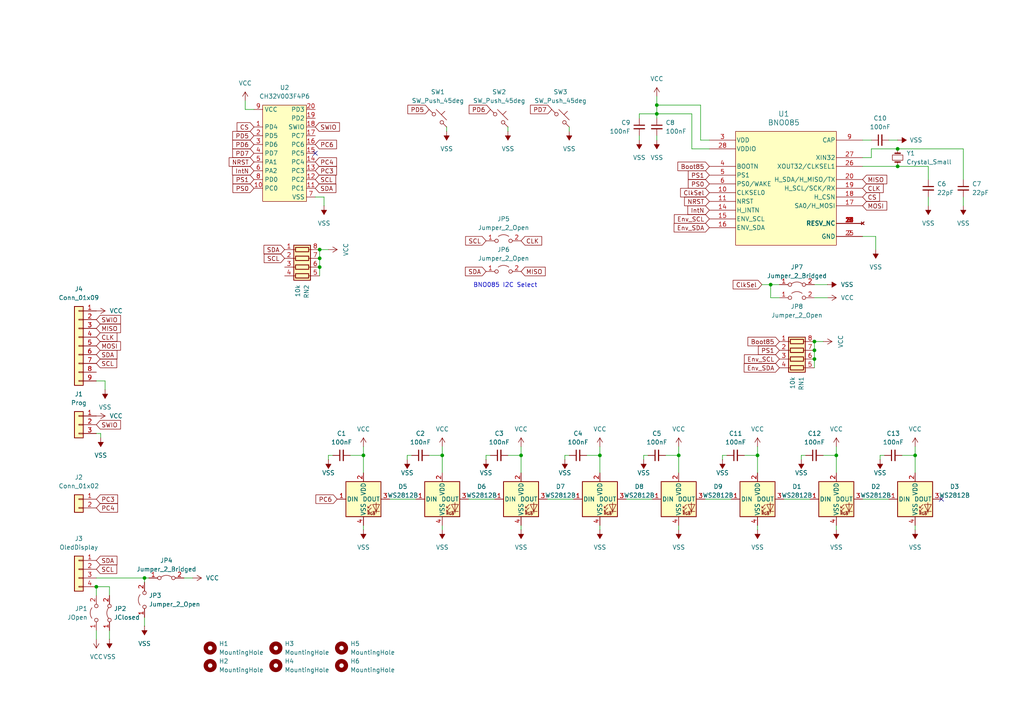
<source format=kicad_sch>
(kicad_sch (version 20231120) (generator "eeschema") (generator_version "8.0")
  (paper "A4")
  (lib_symbols
    (symbol "Connector_Generic:Conn_01x02" (pin_names (offset 1.016) hide)
      (property "Reference" "J" (at 0 2.54 0))
      (property "Value" "Conn_01x02" (at 0 -5.08 0))
      (symbol "Conn_01x02_1_1"
        (rectangle (start -1.27 -2.413) (end 0 -2.667) (stroke (width 0.1524)))
        (rectangle (start -1.27 0.127) (end 0 -0.127) (stroke (width 0.1524)))
        (rectangle (start -1.27 1.27) (end 1.27 -3.81) (stroke (width 0.254)) (fill (type background)))
        (pin passive line (at -5.08 0 0) (length 3.81) (name "Pin_1") (number "1"))
        (pin passive line (at -5.08 -2.54 0) (length 3.81) (name "Pin_2") (number "2"))
      )
    )
    (symbol "Connector_Generic:Conn_01x03" (pin_names (offset 1.016) hide)
      (property "Reference" "J" (at 0 5.08 0))
      (property "Value" "Conn_01x03" (at 0 -5.08 0))
      (symbol "Conn_01x03_1_1"
        (rectangle (start -1.27 -2.413) (end 0 -2.667) (stroke (width 0.1524)))
        (rectangle (start -1.27 0.127) (end 0 -0.127) (stroke (width 0.1524)))
        (rectangle (start -1.27 2.667) (end 0 2.413) (stroke (width 0.1524)))
        (rectangle (start -1.27 3.81) (end 1.27 -3.81) (stroke (width 0.254)) (fill (type background)))
        (pin passive line (at -5.08 2.54 0) (length 3.81) (name "Pin_1") (number "1"))
        (pin passive line (at -5.08 0 0) (length 3.81) (name "Pin_2") (number "2"))
        (pin passive line (at -5.08 -2.54 0) (length 3.81) (name "Pin_3") (number "3"))
      )
    )
    (symbol "Connector_Generic:Conn_01x04" (pin_names (offset 1.016) hide)
      (property "Reference" "J" (at 0 5.08 0))
      (property "Value" "Conn_01x04" (at 0 -7.62 0))
      (symbol "Conn_01x04_1_1"
        (rectangle (start -1.27 -4.953) (end 0 -5.207) (stroke (width 0.1524)))
        (rectangle (start -1.27 -2.413) (end 0 -2.667) (stroke (width 0.1524)))
        (rectangle (start -1.27 0.127) (end 0 -0.127) (stroke (width 0.1524)))
        (rectangle (start -1.27 2.667) (end 0 2.413) (stroke (width 0.1524)))
        (rectangle (start -1.27 3.81) (end 1.27 -6.35) (stroke (width 0.254)) (fill (type background)))
        (pin passive line (at -5.08 2.54 0) (length 3.81) (name "Pin_1") (number "1"))
        (pin passive line (at -5.08 0 0) (length 3.81) (name "Pin_2") (number "2"))
        (pin passive line (at -5.08 -2.54 0) (length 3.81) (name "Pin_3") (number "3"))
        (pin passive line (at -5.08 -5.08 0) (length 3.81) (name "Pin_4") (number "4"))
      )
    )
    (symbol "Connector_Generic:Conn_01x09" (pin_names (offset 1.016) hide)
      (property "Reference" "J" (at 0 12.7 0))
      (property "Value" "Conn_01x09" (at 0 -12.7 0))
      (symbol "Conn_01x09_1_1"
        (rectangle (start -1.27 -10.033) (end 0 -10.287) (stroke (width 0.1524)))
        (rectangle (start -1.27 -7.493) (end 0 -7.747) (stroke (width 0.1524)))
        (rectangle (start -1.27 -4.953) (end 0 -5.207) (stroke (width 0.1524)))
        (rectangle (start -1.27 -2.413) (end 0 -2.667) (stroke (width 0.1524)))
        (rectangle (start -1.27 0.127) (end 0 -0.127) (stroke (width 0.1524)))
        (rectangle (start -1.27 2.667) (end 0 2.413) (stroke (width 0.1524)))
        (rectangle (start -1.27 5.207) (end 0 4.953) (stroke (width 0.1524)))
        (rectangle (start -1.27 7.747) (end 0 7.493) (stroke (width 0.1524)))
        (rectangle (start -1.27 10.287) (end 0 10.033) (stroke (width 0.1524)))
        (rectangle (start -1.27 11.43) (end 1.27 -11.43) (stroke (width 0.254)) (fill (type background)))
        (pin passive line (at -5.08 10.16 0) (length 3.81) (name "Pin_1") (number "1"))
        (pin passive line (at -5.08 7.62 0) (length 3.81) (name "Pin_2") (number "2"))
        (pin passive line (at -5.08 5.08 0) (length 3.81) (name "Pin_3") (number "3"))
        (pin passive line (at -5.08 2.54 0) (length 3.81) (name "Pin_4") (number "4"))
        (pin passive line (at -5.08 0 0) (length 3.81) (name "Pin_5") (number "5"))
        (pin passive line (at -5.08 -2.54 0) (length 3.81) (name "Pin_6") (number "6"))
        (pin passive line (at -5.08 -5.08 0) (length 3.81) (name "Pin_7") (number "7"))
        (pin passive line (at -5.08 -7.62 0) (length 3.81) (name "Pin_8") (number "8"))
        (pin passive line (at -5.08 -10.16 0) (length 3.81) (name "Pin_9") (number "9"))
      )
    )
    (symbol "Device:C_Small" (pin_numbers hide) (pin_names (offset 0.254) hide)
      (property "Reference" "C" (at 0.254 1.778 0))
      (property "Value" "C_Small" (at 0.254 -2.032 0))
      (symbol "C_Small_0_1"
        (polyline (pts (xy -1.524 -0.508) (xy 1.524 -0.508)) (stroke (width 0.3302)))
        (polyline (pts (xy -1.524 0.508) (xy 1.524 0.508)) (stroke (width 0.3048)))
      )
      (symbol "C_Small_1_1"
        (pin passive line (at 0 2.54 270) (length 2.032) (name "~") (number "1"))
        (pin passive line (at 0 -2.54 90) (length 2.032) (name "~") (number "2"))
      )
    )
    (symbol "Device:Crystal_Small" (pin_numbers hide) (pin_names (offset 1.016) hide)
      (property "Reference" "Y" (at 0 2.54 0))
      (property "Value" "Crystal_Small" (at 0 -2.54 0))
      (symbol "Crystal_Small_0_1"
        (rectangle (start -0.762 -1.524) (end 0.762 1.524))
        (polyline (pts (xy -1.27 -0.762) (xy -1.27 0.762)) (stroke (width 0.381)))
        (polyline (pts (xy 1.27 -0.762) (xy 1.27 0.762)) (stroke (width 0.381)))
      )
      (symbol "Crystal_Small_1_1"
        (pin passive line (at -2.54 0 0) (length 1.27) (name "1") (number "1"))
        (pin passive line (at 2.54 0 180) (length 1.27) (name "2") (number "2"))
      )
    )
    (symbol "Device:R_Pack04" (pin_names (offset 0) hide)
      (property "Reference" "RN" (at -7.62 0 90))
      (property "Value" "R_Pack04" (at 5.08 0 90))
      (symbol "R_Pack04_0_1"
        (rectangle (start -6.35 -2.413) (end 3.81 2.413) (stroke (width 0.254)) (fill (type background)))
        (rectangle (start -5.715 1.905) (end -4.445 -1.905) (stroke (width 0.254)))
        (rectangle (start -3.175 1.905) (end -1.905 -1.905) (stroke (width 0.254)))
        (rectangle (start -0.635 1.905) (end 0.635 -1.905) (stroke (width 0.254)))
        (polyline (pts (xy -5.08 -2.54) (xy -5.08 -1.905)))
        (polyline (pts (xy -5.08 1.905) (xy -5.08 2.54)))
        (polyline (pts (xy -2.54 -2.54) (xy -2.54 -1.905)))
        (polyline (pts (xy -2.54 1.905) (xy -2.54 2.54)))
        (polyline (pts (xy 0 -2.54) (xy 0 -1.905)))
        (polyline (pts (xy 0 1.905) (xy 0 2.54)))
        (polyline (pts (xy 2.54 -2.54) (xy 2.54 -1.905)))
        (polyline (pts (xy 2.54 1.905) (xy 2.54 2.54)))
        (rectangle (start 1.905 1.905) (end 3.175 -1.905) (stroke (width 0.254)))
      )
      (symbol "R_Pack04_1_1"
        (pin passive line (at -5.08 -5.08 90) (length 2.54) (name "R1.1") (number "1"))
        (pin passive line (at -2.54 -5.08 90) (length 2.54) (name "R2.1") (number "2"))
        (pin passive line (at 0 -5.08 90) (length 2.54) (name "R3.1") (number "3"))
        (pin passive line (at 2.54 -5.08 90) (length 2.54) (name "R4.1") (number "4"))
        (pin passive line (at 2.54 5.08 270) (length 2.54) (name "R4.2") (number "5"))
        (pin passive line (at 0 5.08 270) (length 2.54) (name "R3.2") (number "6"))
        (pin passive line (at -2.54 5.08 270) (length 2.54) (name "R2.2") (number "7"))
        (pin passive line (at -5.08 5.08 270) (length 2.54) (name "R1.2") (number "8"))
      )
    )
    (symbol "GaussMouse:BNO085" (pin_names (offset 0.254))
      (property "Reference" "U" (at 35.56 4.318 0))
      (property "Value" "BNO085" (at 12.7 4.064 0))
      (symbol "BNO085_0_1"
        (pin no_connect line (at 44.45 -24.13 180) (length 7.62) (name "RESV_NC") (number "1"))
        (pin input line (at 0 -15.24 0) (length 7.62) (name "CLKSEL0") (number "10"))
        (pin input line (at 0 -17.78 0) (length 7.62) (name "NRST") (number "11"))
        (pin no_connect line (at 44.45 -24.13 180) (length 7.62) (name "RESV_NC") (number "12"))
        (pin no_connect line (at 44.45 -24.13 180) (length 7.62) (name "RESV_NC") (number "13"))
        (pin output line (at 0 -20.32 0) (length 7.62) (name "H_INTN") (number "14"))
        (pin bidirectional line (at 0 -22.86 0) (length 7.62) (name "ENV_SCL") (number "15"))
        (pin bidirectional line (at 0 -25.4 0) (length 7.62) (name "ENV_SDA") (number "16"))
        (pin input line (at 44.45 -19.05 180) (length 7.62) (name "SA0/H_MOSI") (number "17"))
        (pin input line (at 44.45 -16.51 180) (length 7.62) (name "H_CSN") (number "18"))
        (pin bidirectional line (at 44.45 -13.97 180) (length 7.62) (name "H_SCL/SCK/RX") (number "19"))
        (pin power_out line (at 44.45 -27.94 180) (length 7.62) (name "GND") (number "2"))
        (pin bidirectional line (at 44.45 -11.43 180) (length 7.62) (name "H_SDA/H_MISO/TX") (number "20"))
        (pin no_connect line (at 44.45 -24.13 180) (length 7.62) (name "RESV_NC") (number "21"))
        (pin no_connect line (at 44.45 -24.13 180) (length 7.62) (name "RESV_NC") (number "22"))
        (pin no_connect line (at 44.45 -24.13 180) (length 7.62) (name "RESV_NC") (number "23"))
        (pin no_connect line (at 44.45 -24.13 180) (length 7.62) (name "RESV_NC") (number "24"))
        (pin power_out line (at 44.45 -27.94 180) (length 7.62) (name "GND") (number "25"))
        (pin output line (at 44.45 -7.62 180) (length 7.62) (name "XOUT32/CLKSEL1") (number "26"))
        (pin input line (at 44.45 -5.08 180) (length 7.62) (name "XIN32") (number "27"))
        (pin power_in line (at 0 -2.54 0) (length 7.62) (name "VDDIO") (number "28"))
        (pin power_in line (at 0 0 0) (length 7.62) (name "VDD") (number "3"))
        (pin input line (at 0 -7.62 0) (length 7.62) (name "BOOTN") (number "4"))
        (pin input line (at 0 -10.16 0) (length 7.62) (name "PS1") (number "5"))
        (pin input line (at 0 -12.7 0) (length 7.62) (name "PS0/WAKE") (number "6"))
        (pin no_connect line (at 44.45 -24.13 180) (length 7.62) (name "RESV_NC") (number "7"))
        (pin no_connect line (at 44.45 -24.13 180) (length 7.62) (name "RESV_NC") (number "8"))
        (pin power_in line (at 44.45 0 180) (length 7.62) (name "CAP") (number "9"))
      )
      (symbol "BNO085_1_1"
        (rectangle (start 7.62 2.54) (end 36.83 -30.48) (fill (type background)))
      )
    )
    (symbol "Jumper:Jumper_2_Bridged" (pin_names (offset 0) hide)
      (property "Reference" "JP" (at 0 1.905 0))
      (property "Value" "Jumper_2_Bridged" (at 0 -2.54 0))
      (symbol "Jumper_2_Bridged_0_0"
        (circle (center -2.032 0) (radius 0.508))
        (circle (center 2.032 0) (radius 0.508))
      )
      (symbol "Jumper_2_Bridged_0_1"
        (arc (start 1.524 0.254) (mid 0 0.762) (end -1.524 0.254))
      )
      (symbol "Jumper_2_Bridged_1_1"
        (pin passive line (at -5.08 0 0) (length 2.54) (name "A") (number "1"))
        (pin passive line (at 5.08 0 180) (length 2.54) (name "B") (number "2"))
      )
    )
    (symbol "Jumper:Jumper_2_Open" (pin_names (offset 0) hide)
      (property "Reference" "JP" (at 0 2.794 0))
      (property "Value" "Jumper_2_Open" (at 0 -2.286 0))
      (symbol "Jumper_2_Open_0_0"
        (circle (center -2.032 0) (radius 0.508))
        (circle (center 2.032 0) (radius 0.508))
      )
      (symbol "Jumper_2_Open_0_1"
        (arc (start 1.524 1.27) (mid 0 1.778) (end -1.524 1.27))
      )
      (symbol "Jumper_2_Open_1_1"
        (pin passive line (at -5.08 0 0) (length 2.54) (name "A") (number "1"))
        (pin passive line (at 5.08 0 180) (length 2.54) (name "B") (number "2"))
      )
    )
    (symbol "LED:WS2812B" (pin_names (offset 0.254))
      (property "Reference" "D1" (at 11.43 3.6479 0))
      (property "Value" "WS2812B" (at 11.43 1.1079 0))
      (symbol "WS2812B_0_0"
        (text "RGB" (at 2.286 -4.191 0) (effects (font (size 0.762 0.762))))
      )
      (symbol "WS2812B_0_1"
        (polyline (pts (xy 1.27 -3.556) (xy 1.778 -3.556)))
        (polyline (pts (xy 1.27 -2.54) (xy 1.778 -2.54)))
        (polyline (pts (xy 4.699 -3.556) (xy 2.667 -3.556)))
        (polyline (pts (xy 2.286 -2.54) (xy 1.27 -3.556) (xy 1.27 -3.048)))
        (polyline (pts (xy 2.286 -1.524) (xy 1.27 -2.54) (xy 1.27 -2.032)))
        (polyline (pts (xy 3.683 -1.016) (xy 3.683 -3.556) (xy 3.683 -4.064)))
        (polyline (pts (xy 4.699 -1.524) (xy 2.667 -1.524) (xy 3.683 -3.556) (xy 4.699 -1.524)))
        (rectangle (start 5.08 5.08) (end -5.08 -5.08) (stroke (width 0.254)) (fill (type background)))
      )
      (symbol "WS2812B_1_1"
        (pin input line (at -7.62 0 0) (length 2.54) (name "DIN") (number "1"))
        (pin power_in line (at 0 7.62 270) (length 2.54) (name "VDD") (number "2"))
        (pin output line (at 7.62 0 180) (length 2.54) (name "DOUT") (number "3"))
        (pin power_in line (at 0 -7.62 90) (length 2.54) (name "VSS") (number "4"))
      )
    )
    (symbol "Mechanical:MountingHole" (pin_names (offset 1.016))
      (property "Reference" "H" (at 0 5.08 0))
      (property "Value" "MountingHole" (at 0 3.175 0))
      (symbol "MountingHole_0_1"
        (circle (center 0 0) (radius 1.27) (stroke (width 1.27)))
      )
    )
    (symbol "Switch:SW_Push_45deg" (pin_numbers hide) (pin_names (offset 1.016) hide)
      (property "Reference" "SW" (at 3.048 1.016 0))
      (property "Value" "SW_Push_45deg" (at 0 -3.81 0))
      (symbol "SW_Push_45deg_0_1"
        (circle (center -1.1684 1.1684) (radius 0.508))
        (polyline (pts (xy -0.508 2.54) (xy 2.54 -0.508)))
        (polyline (pts (xy 1.016 1.016) (xy 2.032 2.032)))
        (polyline (pts (xy -2.54 2.54) (xy -1.524 1.524) (xy -1.524 1.524)))
        (polyline (pts (xy 1.524 -1.524) (xy 2.54 -2.54) (xy 2.54 -2.54) (xy 2.54 -2.54)))
        (circle (center 1.143 -1.1938) (radius 0.508))
        (pin passive line (at -2.54 2.54 0) (length 0) (name "1") (number "1"))
        (pin passive line (at 2.54 -2.54 180) (length 0) (name "2") (number "2"))
      )
    )
    (symbol "WCH:CH32V003F4P6"
      (property "Reference" "U" (at 5.08 -24.13 0))
      (property "Value" "CH32V003F4P6" (at 0 6.35 0))
      (symbol "CH32V003F4P6_0_1"
        (rectangle (start -6.35 5.08) (end 6.35 -22.86) (stroke (width 0.1524)) (fill (type background)))
      )
      (symbol "CH32V003F4P6_1_1"
        (pin input line (at -8.89 -1.27 0) (length 2.54) (name "PD4") (number "1"))
        (pin input line (at -8.89 -19.05 0) (length 2.54) (name "PC0") (number "10"))
        (pin input line (at 8.89 -19.05 180) (length 2.54) (name "PC1") (number "11"))
        (pin input line (at 8.89 -16.51 180) (length 2.54) (name "PC2") (number "12"))
        (pin input line (at 8.89 -13.97 180) (length 2.54) (name "PC3") (number "13"))
        (pin input line (at 8.89 -11.43 180) (length 2.54) (name "PC4") (number "14"))
        (pin input line (at 8.89 -8.89 180) (length 2.54) (name "PC5") (number "15"))
        (pin input line (at 8.89 -6.35 180) (length 2.54) (name "PC6") (number "16"))
        (pin input line (at 8.89 -3.81 180) (length 2.54) (name "PC7") (number "17"))
        (pin input line (at 8.89 -1.27 180) (length 2.54) (name "SWIO") (number "18"))
        (pin input line (at 8.89 1.27 180) (length 2.54) (name "PD2") (number "19"))
        (pin input line (at -8.89 -3.81 0) (length 2.54) (name "PD5") (number "2"))
        (pin input line (at 8.89 3.81 180) (length 2.54) (name "PD3") (number "20"))
        (pin input line (at -8.89 -6.35 0) (length 2.54) (name "PD6") (number "3"))
        (pin input line (at -8.89 -8.89 0) (length 2.54) (name "PD7") (number "4"))
        (pin input line (at -8.89 -11.43 0) (length 2.54) (name "PA1") (number "5"))
        (pin input line (at -8.89 -13.97 0) (length 2.54) (name "PA2") (number "6"))
        (pin input line (at 8.89 -21.59 180) (length 2.54) (name "VSS") (number "7"))
        (pin input line (at -8.89 -16.51 0) (length 2.54) (name "PD0") (number "8"))
        (pin input line (at -8.89 3.81 0) (length 2.54) (name "VCC") (number "9"))
      )
    )
    (symbol "power:VCC" (power) (pin_names (offset 0))
      (property "Value" "VCC" (at 0 3.81 0))
      (symbol "VCC_0_1"
        (polyline (pts (xy -0.762 1.27) (xy 0 2.54)))
        (polyline (pts (xy 0 0) (xy 0 2.54)))
        (polyline (pts (xy 0 2.54) (xy 0.762 1.27)))
      )
      (symbol "VCC_1_1"
        (pin power_in line (at 0 0 90) (length 0) hide (name "VCC") (number "1"))
      )
    )
    (symbol "power:VSS" (power) (pin_numbers hide) (pin_names (offset 0) hide)
      (property "Value" "VSS" (at 0 3.556 0))
      (symbol "VSS_0_1"
        (polyline (pts (xy 0 0) (xy 0 2.54)))
        (polyline (pts (xy 0.762 1.27) (xy -0.762 1.27) (xy 0 2.54) (xy 0.762 1.27)) (fill (type outline)))
      )
      (symbol "VSS_1_1"
        (pin power_in line (at 0 0 90) (length 0) (name "~") (number "1"))
      )
    )
  )
  (junction (at 260.35 48.26))
  (junction (at 92.71 77.47))
  (junction (at 260.35 43.18))
  (junction (at 236.22 104.14))
  (junction (at 92.71 72.39))
  (junction (at 223.52 82.55))
  (junction (at 190.5 30.48))
  (junction (at 173.99 132.08))
  (junction (at 265.43 132.08))
  (junction (at 219.71 132.08))
  (junction (at 27.94 170.18))
  (junction (at 41.91 167.64))
  (junction (at 242.57 132.08))
  (junction (at 128.27 132.08))
  (junction (at 196.85 132.08))
  (junction (at 236.22 99.06))
  (junction (at 151.13 132.08))
  (junction (at 105.41 132.08))
  (junction (at 92.71 74.93))
  (junction (at 236.22 101.6))
  (junction (at 190.5 33.02))
  (no_connect (at 273.05 144.78))
  (no_connect (at 91.44 44.45))
  (wire (pts (xy 236.22 86.36) (xy 240.03 86.36)))
  (wire (pts (xy 95.25 72.39) (xy 92.71 72.39)))
  (wire (pts (xy 41.91 179.07) (xy 41.91 181.61)))
  (wire (pts (xy 128.27 152.4) (xy 128.27 153.67)))
  (wire (pts (xy 173.99 132.08) (xy 173.99 137.16)))
  (wire (pts (xy 254 68.58) (xy 250.19 68.58)))
  (wire (pts (xy 158.75 144.78) (xy 166.37 144.78)))
  (wire (pts (xy 151.13 152.4) (xy 151.13 153.67)))
  (wire (pts (xy 232.41 133.35) (xy 232.41 132.08)))
  (wire (pts (xy 242.57 132.08) (xy 242.57 137.16)))
  (wire (pts (xy 29.21 125.73) (xy 27.94 125.73)))
  (wire (pts (xy 252.73 43.18) (xy 260.35 43.18)))
  (wire (pts (xy 186.69 132.08) (xy 187.96 132.08)))
  (wire (pts (xy 238.76 99.06) (xy 236.22 99.06)))
  (wire (pts (xy 185.42 34.29) (xy 185.42 33.02)))
  (wire (pts (xy 31.75 172.72) (xy 31.75 170.18)))
  (wire (pts (xy 269.24 57.15) (xy 269.24 59.69)))
  (wire (pts (xy 71.12 29.21) (xy 71.12 31.75)))
  (wire (pts (xy 279.4 57.15) (xy 279.4 59.69)))
  (wire (pts (xy 250.19 40.64) (xy 252.73 40.64)))
  (wire (pts (xy 242.57 129.54) (xy 242.57 132.08)))
  (wire (pts (xy 185.42 33.02) (xy 190.5 33.02)))
  (wire (pts (xy 95.25 133.35) (xy 95.25 132.08)))
  (wire (pts (xy 128.27 132.08) (xy 128.27 137.16)))
  (wire (pts (xy 232.41 132.08) (xy 233.68 132.08)))
  (wire (pts (xy 269.24 52.07) (xy 269.24 48.26)))
  (wire (pts (xy 41.91 167.64) (xy 41.91 168.91)))
  (wire (pts (xy 92.71 77.47) (xy 92.71 80.01)))
  (wire (pts (xy 128.27 129.54) (xy 128.27 132.08)))
  (wire (pts (xy 220.98 82.55) (xy 223.52 82.55)))
  (wire (pts (xy 101.6 132.08) (xy 105.41 132.08)))
  (wire (pts (xy 203.2 40.64) (xy 203.2 30.48)))
  (wire (pts (xy 196.85 152.4) (xy 196.85 153.67)))
  (wire (pts (xy 95.25 132.08) (xy 96.52 132.08)))
  (wire (pts (xy 223.52 82.55) (xy 226.06 82.55)))
  (wire (pts (xy 173.99 152.4) (xy 173.99 153.67)))
  (wire (pts (xy 147.32 36.83) (xy 147.32 38.1)))
  (wire (pts (xy 190.5 39.37) (xy 190.5 40.64)))
  (wire (pts (xy 53.34 167.64) (xy 55.88 167.64)))
  (wire (pts (xy 265.43 129.54) (xy 265.43 132.08)))
  (wire (pts (xy 279.4 43.18) (xy 279.4 52.07)))
  (wire (pts (xy 151.13 132.08) (xy 151.13 137.16)))
  (wire (pts (xy 227.33 144.78) (xy 234.95 144.78)))
  (wire (pts (xy 223.52 86.36) (xy 223.52 82.55)))
  (wire (pts (xy 165.1 36.83) (xy 165.1 38.1)))
  (wire (pts (xy 105.41 132.08) (xy 105.41 137.16)))
  (wire (pts (xy 226.06 86.36) (xy 223.52 86.36)))
  (wire (pts (xy 27.94 167.64) (xy 41.91 167.64)))
  (wire (pts (xy 30.48 113.03) (xy 30.48 110.49)))
  (wire (pts (xy 236.22 101.6) (xy 236.22 104.14)))
  (wire (pts (xy 204.47 144.78) (xy 212.09 144.78)))
  (wire (pts (xy 147.32 132.08) (xy 151.13 132.08)))
  (wire (pts (xy 254 72.39) (xy 254 68.58)))
  (wire (pts (xy 186.69 133.35) (xy 186.69 132.08)))
  (wire (pts (xy 31.75 182.88) (xy 31.75 185.42)))
  (wire (pts (xy 93.98 59.69) (xy 93.98 57.15)))
  (wire (pts (xy 181.61 144.78) (xy 189.23 144.78)))
  (wire (pts (xy 236.22 82.55) (xy 240.03 82.55)))
  (wire (pts (xy 190.5 30.48) (xy 190.5 33.02)))
  (wire (pts (xy 209.55 133.35) (xy 209.55 132.08)))
  (wire (pts (xy 250.19 144.78) (xy 257.81 144.78)))
  (wire (pts (xy 129.54 36.83) (xy 129.54 38.1)))
  (wire (pts (xy 118.11 133.35) (xy 118.11 132.08)))
  (wire (pts (xy 200.66 33.02) (xy 190.5 33.02)))
  (wire (pts (xy 118.11 132.08) (xy 119.38 132.08)))
  (wire (pts (xy 236.22 104.14) (xy 236.22 106.68)))
  (wire (pts (xy 190.5 27.94) (xy 190.5 30.48)))
  (wire (pts (xy 265.43 132.08) (xy 265.43 137.16)))
  (wire (pts (xy 27.94 182.88) (xy 27.94 185.42)))
  (wire (pts (xy 140.97 133.35) (xy 140.97 132.08)))
  (wire (pts (xy 250.19 48.26) (xy 260.35 48.26)))
  (wire (pts (xy 200.66 43.18) (xy 200.66 33.02)))
  (wire (pts (xy 124.46 132.08) (xy 128.27 132.08)))
  (wire (pts (xy 205.74 43.18) (xy 200.66 43.18)))
  (wire (pts (xy 260.35 43.18) (xy 279.4 43.18)))
  (wire (pts (xy 261.62 132.08) (xy 265.43 132.08)))
  (wire (pts (xy 190.5 33.02) (xy 190.5 34.29)))
  (wire (pts (xy 185.42 39.37) (xy 185.42 40.64)))
  (wire (pts (xy 105.41 152.4) (xy 105.41 153.67)))
  (wire (pts (xy 236.22 99.06) (xy 236.22 101.6)))
  (wire (pts (xy 163.83 132.08) (xy 165.1 132.08)))
  (wire (pts (xy 255.27 133.35) (xy 255.27 132.08)))
  (wire (pts (xy 242.57 152.4) (xy 242.57 153.67)))
  (wire (pts (xy 219.71 152.4) (xy 219.71 153.67)))
  (wire (pts (xy 265.43 152.4) (xy 265.43 153.67)))
  (wire (pts (xy 250.19 45.72) (xy 252.73 45.72)))
  (wire (pts (xy 41.91 167.64) (xy 43.18 167.64)))
  (wire (pts (xy 163.83 133.35) (xy 163.83 132.08)))
  (wire (pts (xy 151.13 129.54) (xy 151.13 132.08)))
  (wire (pts (xy 105.41 129.54) (xy 105.41 132.08)))
  (wire (pts (xy 190.5 30.48) (xy 203.2 30.48)))
  (wire (pts (xy 93.98 57.15) (xy 91.44 57.15)))
  (wire (pts (xy 173.99 129.54) (xy 173.99 132.08)))
  (wire (pts (xy 30.48 110.49) (xy 27.94 110.49)))
  (wire (pts (xy 255.27 132.08) (xy 256.54 132.08)))
  (wire (pts (xy 31.75 170.18) (xy 27.94 170.18)))
  (wire (pts (xy 238.76 132.08) (xy 242.57 132.08)))
  (wire (pts (xy 260.35 48.26) (xy 269.24 48.26)))
  (wire (pts (xy 203.2 40.64) (xy 205.74 40.64)))
  (wire (pts (xy 92.71 72.39) (xy 92.71 74.93)))
  (wire (pts (xy 219.71 132.08) (xy 219.71 137.16)))
  (wire (pts (xy 219.71 129.54) (xy 219.71 132.08)))
  (wire (pts (xy 252.73 45.72) (xy 252.73 43.18)))
  (wire (pts (xy 140.97 132.08) (xy 142.24 132.08)))
  (wire (pts (xy 71.12 31.75) (xy 73.66 31.75)))
  (wire (pts (xy 193.04 132.08) (xy 196.85 132.08)))
  (wire (pts (xy 29.21 127) (xy 29.21 125.73)))
  (wire (pts (xy 196.85 129.54) (xy 196.85 132.08)))
  (wire (pts (xy 215.9 132.08) (xy 219.71 132.08)))
  (wire (pts (xy 113.03 144.78) (xy 120.65 144.78)))
  (wire (pts (xy 170.18 132.08) (xy 173.99 132.08)))
  (wire (pts (xy 135.89 144.78) (xy 143.51 144.78)))
  (wire (pts (xy 209.55 132.08) (xy 210.82 132.08)))
  (wire (pts (xy 92.71 74.93) (xy 92.71 77.47)))
  (wire (pts (xy 27.94 170.18) (xy 27.94 172.72)))
  (wire (pts (xy 257.81 40.64) (xy 260.35 40.64)))
  (wire (pts (xy 196.85 132.08) (xy 196.85 137.16)))
  (text "BNO085 I2C Select" (at 146.558 82.804 0) (effects (font (size 1.27 1.27))))
  (global_label "NRST" (shape input) (at 205.74 58.42 180) (property "Intersheetrefs" "${INTERSHEET_REFS}" (effects (hide yes))))
  (global_label "MOSI" (shape input) (at 250.19 59.69 0) (property "Intersheetrefs" "${INTERSHEET_REFS}" (effects (hide yes))))
  (global_label "SDA" (shape input) (at 27.94 162.56 0) (property "Intersheetrefs" "${INTERSHEET_REFS}" (effects (hide yes))))
  (global_label "IntN" (shape input) (at 73.66 49.53 180) (property "Intersheetrefs" "${INTERSHEET_REFS}" (effects (hide yes))))
  (global_label "PC6" (shape input) (at 97.79 144.78 180) (property "Intersheetrefs" "${INTERSHEET_REFS}" (effects (hide yes))))
  (global_label "SWIO" (shape input) (at 27.94 123.19 0) (property "Intersheetrefs" "${INTERSHEET_REFS}" (effects (hide yes))))
  (global_label "PD5" (shape input) (at 124.46 31.75 180) (property "Intersheetrefs" "${INTERSHEET_REFS}" (effects (hide yes))))
  (global_label "MISO" (shape input) (at 151.13 78.74 0) (property "Intersheetrefs" "${INTERSHEET_REFS}" (effects (hide yes))))
  (global_label "PS1" (shape input) (at 205.74 50.8 180) (property "Intersheetrefs" "${INTERSHEET_REFS}" (effects (hide yes))))
  (global_label "PD5" (shape input) (at 73.66 39.37 180) (property "Intersheetrefs" "${INTERSHEET_REFS}" (effects (hide yes))))
  (global_label "MISO" (shape input) (at 250.19 52.07 0) (property "Intersheetrefs" "${INTERSHEET_REFS}" (effects (hide yes))))
  (global_label "CS" (shape input) (at 73.66 36.83 180) (property "Intersheetrefs" "${INTERSHEET_REFS}" (effects (hide yes))))
  (global_label "PD7" (shape input) (at 160.02 31.75 180) (property "Intersheetrefs" "${INTERSHEET_REFS}" (effects (hide yes))))
  (global_label "Env_SCL" (shape input) (at 226.06 104.14 180) (property "Intersheetrefs" "${INTERSHEET_REFS}" (effects (hide yes))))
  (global_label "PD6" (shape input) (at 73.66 41.91 180) (property "Intersheetrefs" "${INTERSHEET_REFS}" (effects (hide yes))))
  (global_label "MOSI" (shape input) (at 27.94 100.33 0) (property "Intersheetrefs" "${INTERSHEET_REFS}" (effects (hide yes))))
  (global_label "CLK" (shape input) (at 151.13 69.85 0) (property "Intersheetrefs" "${INTERSHEET_REFS}" (effects (hide yes))))
  (global_label "SCL" (shape input) (at 27.94 105.41 0) (property "Intersheetrefs" "${INTERSHEET_REFS}" (effects (hide yes))))
  (global_label "Env_SDA" (shape input) (at 205.74 66.04 180) (property "Intersheetrefs" "${INTERSHEET_REFS}" (effects (hide yes))))
  (global_label "PC3" (shape input) (at 91.44 49.53 0) (property "Intersheetrefs" "${INTERSHEET_REFS}" (effects (hide yes))))
  (global_label "PS0" (shape input) (at 73.66 54.61 180) (property "Intersheetrefs" "${INTERSHEET_REFS}" (effects (hide yes))))
  (global_label "PC4" (shape input) (at 91.44 46.99 0) (property "Intersheetrefs" "${INTERSHEET_REFS}" (effects (hide yes))))
  (global_label "ClkSel" (shape input) (at 220.98 82.55 180) (property "Intersheetrefs" "${INTERSHEET_REFS}" (effects (hide yes))))
  (global_label "ClkSel" (shape input) (at 205.74 55.88 180) (property "Intersheetrefs" "${INTERSHEET_REFS}" (effects (hide yes))))
  (global_label "IntN" (shape input) (at 205.74 60.96 180) (property "Intersheetrefs" "${INTERSHEET_REFS}" (effects (hide yes))))
  (global_label "NRST" (shape input) (at 73.66 46.99 180) (property "Intersheetrefs" "${INTERSHEET_REFS}" (effects (hide yes))))
  (global_label "MISO" (shape input) (at 27.94 95.25 0) (property "Intersheetrefs" "${INTERSHEET_REFS}" (effects (hide yes))))
  (global_label "SCL" (shape input) (at 140.97 69.85 180) (property "Intersheetrefs" "${INTERSHEET_REFS}" (effects (hide yes))))
  (global_label "PC6" (shape input) (at 91.44 41.91 0) (property "Intersheetrefs" "${INTERSHEET_REFS}" (effects (hide yes))))
  (global_label "CS" (shape input) (at 250.19 57.15 0) (property "Intersheetrefs" "${INTERSHEET_REFS}" (effects (hide yes))))
  (global_label "SCL" (shape input) (at 27.94 165.1 0) (property "Intersheetrefs" "${INTERSHEET_REFS}" (effects (hide yes))))
  (global_label "Boot85" (shape input) (at 205.74 48.26 180) (property "Intersheetrefs" "${INTERSHEET_REFS}" (effects (hide yes))))
  (global_label "SWIO" (shape input) (at 27.94 92.71 0) (property "Intersheetrefs" "${INTERSHEET_REFS}" (effects (hide yes))))
  (global_label "PS0" (shape input) (at 205.74 53.34 180) (property "Intersheetrefs" "${INTERSHEET_REFS}" (effects (hide yes))))
  (global_label "Boot85" (shape input) (at 226.06 99.06 180) (property "Intersheetrefs" "${INTERSHEET_REFS}" (effects (hide yes))))
  (global_label "SWIO" (shape input) (at 91.44 36.83 0) (property "Intersheetrefs" "${INTERSHEET_REFS}" (effects (hide yes))))
  (global_label "PD6" (shape input) (at 142.24 31.75 180) (property "Intersheetrefs" "${INTERSHEET_REFS}" (effects (hide yes))))
  (global_label "Env_SCL" (shape input) (at 205.74 63.5 180) (property "Intersheetrefs" "${INTERSHEET_REFS}" (effects (hide yes))))
  (global_label "PS1" (shape input) (at 73.66 52.07 180) (property "Intersheetrefs" "${INTERSHEET_REFS}" (effects (hide yes))))
  (global_label "CLK" (shape input) (at 27.94 97.79 0) (property "Intersheetrefs" "${INTERSHEET_REFS}" (effects (hide yes))))
  (global_label "SCL" (shape input) (at 82.55 74.93 180) (property "Intersheetrefs" "${INTERSHEET_REFS}" (effects (hide yes))))
  (global_label "SDA" (shape input) (at 27.94 102.87 0) (property "Intersheetrefs" "${INTERSHEET_REFS}" (effects (hide yes))))
  (global_label "SCL" (shape input) (at 91.44 52.07 0) (property "Intersheetrefs" "${INTERSHEET_REFS}" (effects (hide yes))))
  (global_label "PD7" (shape input) (at 73.66 44.45 180) (property "Intersheetrefs" "${INTERSHEET_REFS}" (effects (hide yes))))
  (global_label "PS1" (shape input) (at 226.06 101.6 180) (property "Intersheetrefs" "${INTERSHEET_REFS}" (effects (hide yes))))
  (global_label "CLK" (shape input) (at 250.19 54.61 0) (property "Intersheetrefs" "${INTERSHEET_REFS}" (effects (hide yes))))
  (global_label "PC4" (shape input) (at 27.94 147.32 0) (property "Intersheetrefs" "${INTERSHEET_REFS}" (effects (hide yes))))
  (global_label "SDA" (shape input) (at 140.97 78.74 180) (property "Intersheetrefs" "${INTERSHEET_REFS}" (effects (hide yes))))
  (global_label "SDA" (shape input) (at 82.55 72.39 180) (property "Intersheetrefs" "${INTERSHEET_REFS}" (effects (hide yes))))
  (global_label "Env_SDA" (shape input) (at 226.06 106.68 180) (property "Intersheetrefs" "${INTERSHEET_REFS}" (effects (hide yes))))
  (global_label "PC3" (shape input) (at 27.94 144.78 0) (property "Intersheetrefs" "${INTERSHEET_REFS}" (effects (hide yes))))
  (global_label "SDA" (shape input) (at 91.44 54.61 0) (property "Intersheetrefs" "${INTERSHEET_REFS}" (effects (hide yes))))
  (symbol (lib_id "LED:WS2812B") (at 105.41 144.78 0) (unit 1)
    (property "Reference" "D5" (at 116.84 141.1321 0))
    (property "Value" "WS2812B" (at 116.84 143.6721 0))
    (property "Footprint" "UL_LED:SK6812SIDE-A-RVS" (effects (hide yes)))
    (property "Datasheet" "https://cdn-shop.adafruit.com/datasheets/WS2812B.pdf" (effects (hide yes)))
  )
  (symbol (lib_id "Jumper:Jumper_2_Open") (at 27.94 177.8 90) (unit 1)
    (property "Reference" "JP1" (at 25.4 176.53 90) (effects (justify left)))
    (property "Value" "JOpen" (at 25.4 179.07 90) (effects (justify left)))
    (property "Footprint" "Jumper:SolderJumper-2_P1.3mm_Open_TrianglePad1.0x1.5mm" (effects (hide yes)))
  )
  (symbol (lib_id "power:VCC") (at 173.99 129.54 0) (unit 1)
    (property "Reference" "#PWR028" (effects (hide yes)))
    (property "Value" "VCC" (at 173.99 124.46 0))
  )
  (symbol (lib_id "power:VSS") (at 279.4 59.69 180) (unit 1)
    (property "Reference" "#PWR07" (effects (hide yes)))
    (property "Value" "VSS" (at 279.4 64.77 0))
    (property "Description" "Power symbol creates a global label with name \"VSS\"" (effects (hide yes)))
  )
  (symbol (lib_id "WCH:CH32V003F4P6") (at 82.55 35.56 0) (unit 1)
    (property "Reference" "U2" (at 82.55 25.4 0))
    (property "Value" "CH32V003F4P6" (at 82.55 27.94 0))
    (property "Footprint" "Package_SO:TSSOP-20_4.4x6.5mm_P0.65mm" (effects (hide yes)))
  )
  (symbol (lib_id "Jumper:Jumper_2_Open") (at 231.14 86.36 0) (unit 1)
    (property "Reference" "JP8" (at 231.14 88.9 0))
    (property "Value" "Jumper_2_Open" (at 231.14 91.44 0))
    (property "Footprint" "Jumper:SolderJumper-2_P1.3mm_Open_TrianglePad1.0x1.5mm" (effects (hide yes)))
    (property "Description" "Jumper, 2-pole, open" (effects (hide yes)))
  )
  (symbol (lib_id "power:VCC") (at 238.76 99.06 270) (mirror x) (unit 1)
    (property "Reference" "#PWR010" (effects (hide yes)))
    (property "Value" "VCC" (at 243.84 99.06 0))
  )
  (symbol (lib_id "power:VSS") (at 219.71 153.67 180) (unit 1)
    (property "Reference" "#PWR041" (effects (hide yes)))
    (property "Value" "VSS" (at 219.71 158.75 0))
  )
  (symbol (lib_id "power:VCC") (at 151.13 129.54 0) (unit 1)
    (property "Reference" "#PWR025" (effects (hide yes)))
    (property "Value" "VCC" (at 151.13 124.46 0))
  )
  (symbol (lib_id "Device:C_Small") (at 259.08 132.08 90) (unit 1)
    (property "Reference" "C13" (at 259.0863 125.73 90))
    (property "Value" "100nF" (at 259.0863 128.27 90))
    (property "Footprint" "Capacitor_SMD:C_0805_2012Metric" (effects (hide yes)))
  )
  (symbol (lib_id "GaussMouse:BNO085") (at 205.74 40.64 0) (unit 1)
    (property "Reference" "U1" (at 227.33 33.02 0) (effects (font (size 1.524 1.524))))
    (property "Value" "BNO085" (at 227.33 35.56 0) (effects (font (size 1.524 1.524))))
    (property "Footprint" "Package_LGA:LGA-28_5.2x3.8mm_P0.5mm" (effects (hide yes)))
    (property "Datasheet" "BNO085" (effects (hide yes)))
  )
  (symbol (lib_id "power:VSS") (at 41.91 181.61 180) (unit 1)
    (property "Reference" "#PWR019" (effects (hide yes)))
    (property "Value" "VSS" (at 41.91 186.69 0))
  )
  (symbol (lib_id "Device:C_Small") (at 99.06 132.08 90) (unit 1)
    (property "Reference" "C1" (at 99.0663 125.73 90))
    (property "Value" "100nF" (at 99.0663 128.27 90))
    (property "Footprint" "Capacitor_SMD:C_0805_2012Metric" (effects (hide yes)))
  )
  (symbol (lib_id "power:VSS") (at 269.24 59.69 180) (unit 1)
    (property "Reference" "#PWR06" (effects (hide yes)))
    (property "Value" "VSS" (at 269.24 64.77 0))
    (property "Description" "Power symbol creates a global label with name \"VSS\"" (effects (hide yes)))
  )
  (symbol (lib_id "Mechanical:MountingHole") (at 80.01 193.04 0) (unit 1)
    (property "Reference" "H4" (at 82.55 191.77 0) (effects (justify left)))
    (property "Value" "MountingHole" (at 82.55 194.31 0) (effects (justify left)))
    (property "Footprint" "MountingHole:MountingHole_2.2mm_M2" (effects (hide yes)))
  )
  (symbol (lib_id "power:VSS") (at 165.1 38.1 180) (unit 1)
    (property "Reference" "#PWR014" (effects (hide yes)))
    (property "Value" "VSS" (at 165.1 43.18 0))
  )
  (symbol (lib_id "power:VCC") (at 71.12 29.21 0) (unit 1)
    (property "Reference" "#PWR02" (effects (hide yes)))
    (property "Value" "VCC" (at 71.12 24.13 0))
  )
  (symbol (lib_id "power:VSS") (at 30.48 113.03 0) (mirror x) (unit 1)
    (property "Reference" "#PWR05" (effects (hide yes)))
    (property "Value" "VSS" (at 30.48 118.11 0))
  )
  (symbol (lib_id "power:VSS") (at 128.27 153.67 180) (unit 1)
    (property "Reference" "#PWR026" (effects (hide yes)))
    (property "Value" "VSS" (at 128.27 158.75 0))
  )
  (symbol (lib_id "power:VSS") (at 31.75 185.42 180) (unit 1)
    (property "Reference" "#PWR018" (effects (hide yes)))
    (property "Value" "VSS" (at 31.75 190.5 0))
  )
  (symbol (lib_id "Connector_Generic:Conn_01x03") (at 22.86 123.19 0) (mirror y) (unit 1)
    (property "Reference" "J1" (at 22.86 114.3 0))
    (property "Value" "Prog" (at 22.86 116.84 0))
    (property "Footprint" "Connector_PinHeader_2.54mm:PinHeader_1x03_P2.54mm_Vertical" (effects (hide yes)))
  )
  (symbol (lib_id "power:VCC") (at 95.25 72.39 270) (mirror x) (unit 1)
    (property "Reference" "#PWR038" (effects (hide yes)))
    (property "Value" "VCC" (at 100.33 72.39 0))
  )
  (symbol (lib_id "Jumper:Jumper_2_Bridged") (at 48.26 167.64 0) (unit 1)
    (property "Reference" "JP4" (at 48.26 162.56 0))
    (property "Value" "Jumper_2_Bridged" (at 48.26 165.1 0))
    (property "Footprint" "Jumper:SolderJumper-2_P1.3mm_Bridged_Pad1.0x1.5mm" (effects (hide yes)))
  )
  (symbol (lib_id "Device:C_Small") (at 236.22 132.08 90) (unit 1)
    (property "Reference" "C12" (at 236.2263 125.73 90))
    (property "Value" "100nF" (at 236.2263 128.27 90))
    (property "Footprint" "Capacitor_SMD:C_0805_2012Metric" (effects (hide yes)))
  )
  (symbol (lib_id "power:VSS") (at 173.99 153.67 180) (unit 1)
    (property "Reference" "#PWR032" (effects (hide yes)))
    (property "Value" "VSS" (at 173.99 158.75 0))
  )
  (symbol (lib_id "Mechanical:MountingHole") (at 80.01 187.96 0) (unit 1)
    (property "Reference" "H3" (at 82.55 186.69 0) (effects (justify left)))
    (property "Value" "MountingHole" (at 82.55 189.23 0) (effects (justify left)))
    (property "Footprint" "MountingHole:MountingHole_2.2mm_M2" (effects (hide yes)))
  )
  (symbol (lib_id "power:VSS") (at 196.85 153.67 180) (unit 1)
    (property "Reference" "#PWR035" (effects (hide yes)))
    (property "Value" "VSS" (at 196.85 158.75 0))
  )
  (symbol (lib_id "Jumper:Jumper_2_Open") (at 146.05 78.74 0) (unit 1)
    (property "Reference" "JP6" (at 146.05 72.39 0))
    (property "Value" "Jumper_2_Open" (at 146.05 74.93 0))
    (property "Footprint" "Jumper:SolderJumper-2_P1.3mm_Open_TrianglePad1.0x1.5mm" (effects (hide yes)))
    (property "Description" "Jumper, 2-pole, open" (effects (hide yes)))
  )
  (symbol (lib_id "Device:C_Small") (at 185.42 36.83 0) (unit 1)
    (property "Reference" "C9" (at 182.88 35.5662 0) (effects (justify right)))
    (property "Value" "100nF" (at 182.88 38.1062 0) (effects (justify right)))
    (property "Footprint" "Capacitor_SMD:C_0805_2012Metric" (effects (hide yes)))
    (property "Description" "Unpolarized capacitor, small symbol" (effects (hide yes)))
  )
  (symbol (lib_id "power:VSS") (at 147.32 38.1 180) (unit 1)
    (property "Reference" "#PWR013" (effects (hide yes)))
    (property "Value" "VSS" (at 147.32 43.18 0))
  )
  (symbol (lib_id "power:VCC") (at 190.5 27.94 0) (mirror y) (unit 1)
    (property "Reference" "#PWR08" (effects (hide yes)))
    (property "Value" "VCC" (at 190.5 22.86 0))
  )
  (symbol (lib_id "power:VCC") (at 55.88 167.64 270) (unit 1)
    (property "Reference" "#PWR020" (effects (hide yes)))
    (property "Value" "VCC" (at 59.69 167.64 90) (effects (justify left)))
  )
  (symbol (lib_id "power:VCC") (at 219.71 129.54 0) (unit 1)
    (property "Reference" "#PWR034" (effects (hide yes)))
    (property "Value" "VCC" (at 219.71 124.46 0))
  )
  (symbol (lib_id "power:VCC") (at 27.94 90.17 270) (mirror x) (unit 1)
    (property "Reference" "#PWR04" (effects (hide yes)))
    (property "Value" "VCC" (at 31.75 90.17 90) (effects (justify left)))
  )
  (symbol (lib_id "power:VCC") (at 105.41 129.54 0) (unit 1)
    (property "Reference" "#PWR049" (effects (hide yes)))
    (property "Value" "VCC" (at 105.41 124.46 0))
  )
  (symbol (lib_id "Device:R_Pack04") (at 231.14 104.14 270) (unit 1)
    (property "Reference" "RN1" (at 232.4101 109.22 0) (effects (justify left)))
    (property "Value" "10k" (at 229.8701 109.22 0) (effects (justify left)))
    (property "Footprint" "Resistor_SMD:R_Array_Convex_4x0603" (effects (hide yes)))
    (property "Description" "4 resistor network, parallel topology" (effects (hide yes)))
  )
  (symbol (lib_id "Device:C_Small") (at 279.4 54.61 0) (unit 1)
    (property "Reference" "C7" (at 281.94 53.3462 0) (effects (justify left)))
    (property "Value" "22pF" (at 281.94 55.8862 0) (effects (justify left)))
    (property "Footprint" "Capacitor_SMD:C_0805_2012Metric" (effects (hide yes)))
    (property "Description" "Unpolarized capacitor, small symbol" (effects (hide yes)))
  )
  (symbol (lib_id "Device:Crystal_Small") (at 260.35 45.72 90) (unit 1)
    (property "Reference" "Y1" (at 262.89 44.4499 90) (effects (justify right)))
    (property "Value" "Crystal_Small" (at 262.89 46.9899 90) (effects (justify right)))
    (property "Footprint" "Crystal:Crystal_SMD_3215-2Pin_3.2x1.5mm" (effects (hide yes)))
    (property "Description" "Two pin crystal, small symbol" (effects (hide yes)))
  )
  (symbol (lib_id "LED:WS2812B") (at 265.43 144.78 0) (unit 1)
    (property "Reference" "D3" (at 276.86 141.1321 0))
    (property "Value" "WS2812B" (at 276.86 143.6721 0))
    (property "Footprint" "UL_LED:SK6812SIDE-A-RVS" (effects (hide yes)))
    (property "Datasheet" "https://cdn-shop.adafruit.com/datasheets/WS2812B.pdf" (effects (hide yes)))
  )
  (symbol (lib_id "power:VCC") (at 27.94 120.65 270) (mirror x) (unit 1)
    (property "Reference" "#PWR015" (effects (hide yes)))
    (property "Value" "VCC" (at 31.75 120.65 90) (effects (justify left)))
  )
  (symbol (lib_id "Connector_Generic:Conn_01x04") (at 22.86 165.1 0) (mirror y) (unit 1)
    (property "Reference" "J3" (at 22.86 156.21 0))
    (property "Value" "OledDisplay" (at 22.86 158.75 0))
    (property "Footprint" "Connector_PinHeader_2.54mm:PinHeader_1x04_P2.54mm_Vertical" (effects (hide yes)))
  )
  (symbol (lib_id "power:VSS") (at 93.98 59.69 180) (unit 1)
    (property "Reference" "#PWR03" (effects (hide yes)))
    (property "Value" "VSS" (at 93.98 64.77 0))
  )
  (symbol (lib_id "Device:C_Small") (at 190.5 132.08 90) (unit 1)
    (property "Reference" "C5" (at 190.5063 125.73 90))
    (property "Value" "100nF" (at 190.5063 128.27 90))
    (property "Footprint" "Capacitor_SMD:C_0805_2012Metric" (effects (hide yes)))
  )
  (symbol (lib_id "Device:C_Small") (at 144.78 132.08 90) (unit 1)
    (property "Reference" "C3" (at 144.7863 125.73 90))
    (property "Value" "100nF" (at 144.7863 128.27 90))
    (property "Footprint" "Capacitor_SMD:C_0805_2012Metric" (effects (hide yes)))
  )
  (symbol (lib_id "Device:C_Small") (at 121.92 132.08 90) (unit 1)
    (property "Reference" "C2" (at 121.9263 125.73 90))
    (property "Value" "100nF" (at 121.9263 128.27 90))
    (property "Footprint" "Capacitor_SMD:C_0805_2012Metric" (effects (hide yes)))
  )
  (symbol (lib_id "Switch:SW_Push_45deg") (at 144.78 34.29 0) (unit 1)
    (property "Reference" "SW2" (at 144.78 26.67 0))
    (property "Value" "SW_Push_45deg" (at 144.78 29.21 0))
    (property "Footprint" "Button_Switch_SMD:SW_SPST_TL3342" (effects (hide yes)))
  )
  (symbol (lib_id "power:VSS") (at 190.5 40.64 180) (unit 1)
    (property "Reference" "#PWR09" (effects (hide yes)))
    (property "Value" "VSS" (at 190.5 45.72 0))
    (property "Description" "Power symbol creates a global label with name \"VSS\"" (effects (hide yes)))
  )
  (symbol (lib_id "power:VSS") (at 254 72.39 180) (unit 1)
    (property "Reference" "#PWR01" (effects (hide yes)))
    (property "Value" "VSS" (at 254 77.47 0))
    (property "Description" "Power symbol creates a global label with name \"VSS\"" (effects (hide yes)))
  )
  (symbol (lib_id "Device:C_Small") (at 190.5 36.83 0) (unit 1)
    (property "Reference" "C8" (at 193.04 35.5662 0) (effects (justify left)))
    (property "Value" "100nF" (at 193.04 38.1062 0) (effects (justify left)))
    (property "Footprint" "Capacitor_SMD:C_0805_2012Metric" (effects (hide yes)))
    (property "Description" "Unpolarized capacitor, small symbol" (effects (hide yes)))
  )
  (symbol (lib_id "power:VCC") (at 240.03 86.36 270) (mirror x) (unit 1)
    (property "Reference" "#PWR048" (effects (hide yes)))
    (property "Value" "VCC" (at 243.84 86.3599 90) (effects (justify left)))
  )
  (symbol (lib_id "power:VSS") (at 209.55 133.35 180) (unit 1)
    (property "Reference" "#PWR039" (effects (hide yes)))
    (property "Value" "VSS" (at 209.55 137.16 0))
  )
  (symbol (lib_id "Jumper:Jumper_2_Bridged") (at 31.75 177.8 90) (unit 1)
    (property "Reference" "JP2" (at 33.02 176.53 90) (effects (justify right)))
    (property "Value" "JClosed" (at 33.02 179.07 90) (effects (justify right)))
    (property "Footprint" "Jumper:SolderJumper-2_P1.3mm_Bridged_Pad1.0x1.5mm" (effects (hide yes)))
  )
  (symbol (lib_id "LED:WS2812B") (at 219.71 144.78 0) (unit 1)
    (property "Reference" "D1" (at 231.14 141.1321 0))
    (property "Value" "WS2812B" (at 231.14 143.6721 0))
    (property "Footprint" "UL_LED:SK6812SIDE-A-RVS" (effects (hide yes)))
    (property "Datasheet" "https://cdn-shop.adafruit.com/datasheets/WS2812B.pdf" (effects (hide yes)))
  )
  (symbol (lib_id "Mechanical:MountingHole") (at 99.06 193.04 0) (unit 1)
    (property "Reference" "H6" (at 101.6 191.77 0) (effects (justify left)))
    (property "Value" "MountingHole" (at 101.6 194.31 0) (effects (justify left)))
    (property "Footprint" "MountingHole:MountingHole_2.2mm_M2" (effects (hide yes)))
  )
  (symbol (lib_id "power:VCC") (at 196.85 129.54 0) (unit 1)
    (property "Reference" "#PWR031" (effects (hide yes)))
    (property "Value" "VCC" (at 196.85 124.46 0))
  )
  (symbol (lib_id "power:VSS") (at 240.03 82.55 270) (unit 1)
    (property "Reference" "#PWR037" (effects (hide yes)))
    (property "Value" "VSS" (at 243.84 82.5499 90) (effects (justify left)))
    (property "Description" "Power symbol creates a global label with name \"VSS\"" (effects (hide yes)))
  )
  (symbol (lib_id "LED:WS2812B") (at 128.27 144.78 0) (unit 1)
    (property "Reference" "D6" (at 139.7 141.1321 0))
    (property "Value" "WS2812B" (at 139.7 143.6721 0))
    (property "Footprint" "UL_LED:SK6812SIDE-A-RVS" (effects (hide yes)))
    (property "Datasheet" "https://cdn-shop.adafruit.com/datasheets/WS2812B.pdf" (effects (hide yes)))
  )
  (symbol (lib_id "LED:WS2812B") (at 173.99 144.78 0) (unit 1)
    (property "Reference" "D8" (at 185.42 141.1321 0))
    (property "Value" "WS2812B" (at 185.42 143.6721 0))
    (property "Footprint" "UL_LED:SK6812SIDE-A-RVS" (effects (hide yes)))
    (property "Datasheet" "https://cdn-shop.adafruit.com/datasheets/WS2812B.pdf" (effects (hide yes)))
  )
  (symbol (lib_id "power:VSS") (at 105.41 153.67 180) (unit 1)
    (property "Reference" "#PWR023" (effects (hide yes)))
    (property "Value" "VSS" (at 105.41 158.75 0))
  )
  (symbol (lib_id "power:VSS") (at 255.27 133.35 180) (unit 1)
    (property "Reference" "#PWR045" (effects (hide yes)))
    (property "Value" "VSS" (at 255.27 137.16 0))
  )
  (symbol (lib_id "power:VSS") (at 151.13 153.67 180) (unit 1)
    (property "Reference" "#PWR029" (effects (hide yes)))
    (property "Value" "VSS" (at 151.13 158.75 0))
  )
  (symbol (lib_id "power:VCC") (at 27.94 185.42 180) (unit 1)
    (property "Reference" "#PWR016" (effects (hide yes)))
    (property "Value" "VCC" (at 27.94 190.5 0))
  )
  (symbol (lib_id "power:VCC") (at 128.27 129.54 0) (unit 1)
    (property "Reference" "#PWR022" (effects (hide yes)))
    (property "Value" "VCC" (at 128.27 124.46 0))
  )
  (symbol (lib_id "Device:C_Small") (at 269.24 54.61 0) (unit 1)
    (property "Reference" "C6" (at 271.78 53.3462 0) (effects (justify left)))
    (property "Value" "22pF" (at 271.78 55.8862 0) (effects (justify left)))
    (property "Footprint" "Capacitor_SMD:C_0805_2012Metric" (effects (hide yes)))
    (property "Description" "Unpolarized capacitor, small symbol" (effects (hide yes)))
  )
  (symbol (lib_id "Connector_Generic:Conn_01x02") (at 22.86 144.78 0) (mirror y) (unit 1)
    (property "Reference" "J2" (at 22.86 138.43 0))
    (property "Value" "Conn_01x02" (at 22.86 140.97 0))
    (property "Footprint" "Connector_PinHeader_2.54mm:PinHeader_1x02_P2.54mm_Vertical" (effects (hide yes)))
    (property "Description" "Generic connector, single row, 01x02, script generated (kicad-library-utils/schlib/autogen/connector/)" (effects (hide yes)))
  )
  (symbol (lib_id "power:VSS") (at 163.83 133.35 180) (unit 1)
    (property "Reference" "#PWR030" (effects (hide yes)))
    (property "Value" "VSS" (at 163.83 137.16 0))
  )
  (symbol (lib_id "Device:C_Small") (at 213.36 132.08 90) (unit 1)
    (property "Reference" "C11" (at 213.3663 125.73 90))
    (property "Value" "100nF" (at 213.3663 128.27 90))
    (property "Footprint" "Capacitor_SMD:C_0805_2012Metric" (effects (hide yes)))
  )
  (symbol (lib_id "Device:C_Small") (at 167.64 132.08 90) (unit 1)
    (property "Reference" "C4" (at 167.6463 125.73 90))
    (property "Value" "100nF" (at 167.6463 128.27 90))
    (property "Footprint" "Capacitor_SMD:C_0805_2012Metric" (effects (hide yes)))
  )
  (symbol (lib_id "power:VSS") (at 185.42 40.64 180) (unit 1)
    (property "Reference" "#PWR011" (effects (hide yes)))
    (property "Value" "VSS" (at 185.42 45.72 0))
    (property "Description" "Power symbol creates a global label with name \"VSS\"" (effects (hide yes)))
  )
  (symbol (lib_id "Jumper:Jumper_2_Open") (at 146.05 69.85 0) (unit 1)
    (property "Reference" "JP5" (at 146.05 63.5 0))
    (property "Value" "Jumper_2_Open" (at 146.05 66.04 0))
    (property "Footprint" "Jumper:SolderJumper-2_P1.3mm_Open_TrianglePad1.0x1.5mm" (effects (hide yes)))
    (property "Description" "Jumper, 2-pole, open" (effects (hide yes)))
  )
  (symbol (lib_id "Mechanical:MountingHole") (at 99.06 187.96 0) (unit 1)
    (property "Reference" "H5" (at 101.6 186.69 0) (effects (justify left)))
    (property "Value" "MountingHole" (at 101.6 189.23 0) (effects (justify left)))
    (property "Footprint" "MountingHole:MountingHole_2.2mm_M2" (effects (hide yes)))
  )
  (symbol (lib_id "LED:WS2812B") (at 242.57 144.78 0) (unit 1)
    (property "Reference" "D2" (at 254 141.1321 0))
    (property "Value" "WS2812B" (at 254 143.6721 0))
    (property "Footprint" "UL_LED:SK6812SIDE-A-RVS" (effects (hide yes)))
    (property "Datasheet" "https://cdn-shop.adafruit.com/datasheets/WS2812B.pdf" (effects (hide yes)))
  )
  (symbol (lib_id "Device:R_Pack04") (at 87.63 77.47 270) (unit 1)
    (property "Reference" "RN2" (at 88.9001 82.55 0) (effects (justify left)))
    (property "Value" "10k" (at 86.3601 82.55 0) (effects (justify left)))
    (property "Footprint" "Resistor_SMD:R_Array_Convex_4x0603" (effects (hide yes)))
    (property "Description" "4 resistor network, parallel topology" (effects (hide yes)))
  )
  (symbol (lib_id "power:VSS") (at 265.43 153.67 180) (unit 1)
    (property "Reference" "#PWR047" (effects (hide yes)))
    (property "Value" "VSS" (at 265.43 158.75 0))
  )
  (symbol (lib_id "Switch:SW_Push_45deg") (at 127 34.29 0) (unit 1)
    (property "Reference" "SW1" (at 127 26.67 0))
    (property "Value" "SW_Push_45deg" (at 127 29.21 0))
    (property "Footprint" "Button_Switch_SMD:SW_SPST_TL3342" (effects (hide yes)))
  )
  (symbol (lib_id "power:VSS") (at 186.69 133.35 180) (unit 1)
    (property "Reference" "#PWR033" (effects (hide yes)))
    (property "Value" "VSS" (at 186.69 137.16 0))
  )
  (symbol (lib_id "power:VSS") (at 95.25 133.35 180) (unit 1)
    (property "Reference" "#PWR021" (effects (hide yes)))
    (property "Value" "VSS" (at 95.25 137.16 0))
  )
  (symbol (lib_id "power:VCC") (at 242.57 129.54 0) (unit 1)
    (property "Reference" "#PWR040" (effects (hide yes)))
    (property "Value" "VCC" (at 242.57 124.46 0))
  )
  (symbol (lib_id "power:VSS") (at 242.57 153.67 180) (unit 1)
    (property "Reference" "#PWR044" (effects (hide yes)))
    (property "Value" "VSS" (at 242.57 158.75 0))
  )
  (symbol (lib_id "Device:C_Small") (at 255.27 40.64 90) (unit 1)
    (property "Reference" "C10" (at 255.2763 34.29 90))
    (property "Value" "100nF" (at 255.2763 36.83 90))
    (property "Footprint" "Capacitor_SMD:C_0805_2012Metric" (effects (hide yes)))
    (property "Description" "Unpolarized capacitor, small symbol" (effects (hide yes)))
  )
  (symbol (lib_id "power:VSS") (at 29.21 127 0) (mirror x) (unit 1)
    (property "Reference" "#PWR017" (effects (hide yes)))
    (property "Value" "VSS" (at 29.21 132.08 0))
  )
  (symbol (lib_id "power:VSS") (at 118.11 133.35 180) (unit 1)
    (property "Reference" "#PWR024" (effects (hide yes)))
    (property "Value" "VSS" (at 118.11 137.16 0))
  )
  (symbol (lib_id "power:VSS") (at 260.35 40.64 270) (unit 1)
    (property "Reference" "#PWR036" (effects (hide yes)))
    (property "Value" "VSS" (at 265.684 40.64 90))
    (property "Description" "Power symbol creates a global label with name \"VSS\"" (effects (hide yes)))
  )
  (symbol (lib_id "LED:WS2812B") (at 151.13 144.78 0) (unit 1)
    (property "Reference" "D7" (at 162.56 141.1321 0))
    (property "Value" "WS2812B" (at 162.56 143.6721 0))
    (property "Footprint" "UL_LED:SK6812SIDE-A-RVS" (effects (hide yes)))
    (property "Datasheet" "https://cdn-shop.adafruit.com/datasheets/WS2812B.pdf" (effects (hide yes)))
  )
  (symbol (lib_id "Jumper:Jumper_2_Bridged") (at 231.14 82.55 0) (unit 1)
    (property "Reference" "JP7" (at 231.14 77.47 0))
    (property "Value" "Jumper_2_Bridged" (at 231.14 80.01 0))
    (property "Footprint" "Jumper:SolderJumper-2_P1.3mm_Bridged_Pad1.0x1.5mm" (effects (hide yes)))
    (property "Description" "Jumper, 2-pole, closed/bridged" (effects (hide yes)))
  )
  (symbol (lib_id "Mechanical:MountingHole") (at 60.96 187.96 0) (unit 1)
    (property "Reference" "H1" (at 63.5 186.69 0) (effects (justify left)))
    (property "Value" "MountingHole" (at 63.5 189.23 0) (effects (justify left)))
    (property "Footprint" "MountingHole:MountingHole_2.2mm_M2" (effects (hide yes)))
  )
  (symbol (lib_id "Jumper:Jumper_2_Open") (at 41.91 173.99 90) (unit 1)
    (property "Reference" "JP3" (at 43.18 172.72 90) (effects (justify right)))
    (property "Value" "Jumper_2_Open" (at 43.18 175.26 90) (effects (justify right)))
    (property "Footprint" "Jumper:SolderJumper-2_P1.3mm_Open_TrianglePad1.0x1.5mm" (effects (hide yes)))
  )
  (symbol (lib_id "Connector_Generic:Conn_01x09") (at 22.86 100.33 0) (mirror y) (unit 1)
    (property "Reference" "J4" (at 22.86 83.82 0))
    (property "Value" "Conn_01x09" (at 22.86 86.36 0))
    (property "Footprint" "GaussMouse:CON_526100933_MOL" (effects (hide yes)))
    (property "Description" "Generic connector, single row, 01x09, script generated (kicad-library-utils/schlib/autogen/connector/)" (effects (hide yes)))
  )
  (symbol (lib_id "power:VSS") (at 232.41 133.35 180) (unit 1)
    (property "Reference" "#PWR042" (effects (hide yes)))
    (property "Value" "VSS" (at 232.41 137.16 0))
  )
  (symbol (lib_id "Mechanical:MountingHole") (at 60.96 193.04 0) (unit 1)
    (property "Reference" "H2" (at 63.5 191.77 0) (effects (justify left)))
    (property "Value" "MountingHole" (at 63.5 194.31 0) (effects (justify left)))
    (property "Footprint" "MountingHole:MountingHole_2.2mm_M2" (effects (hide yes)))
  )
  (symbol (lib_id "LED:WS2812B") (at 196.85 144.78 0) (unit 1)
    (property "Reference" "D9" (at 208.28 141.1321 0))
    (property "Value" "WS2812B" (at 208.28 143.6721 0))
    (property "Footprint" "UL_LED:SK6812SIDE-A-RVS" (effects (hide yes)))
    (property "Datasheet" "https://cdn-shop.adafruit.com/datasheets/WS2812B.pdf" (effects (hide yes)))
  )
  (symbol (lib_id "power:VSS") (at 140.97 133.35 180) (unit 1)
    (property "Reference" "#PWR027" (effects (hide yes)))
    (property "Value" "VSS" (at 140.97 137.16 0))
  )
  (symbol (lib_id "power:VCC") (at 265.43 129.54 0) (unit 1)
    (property "Reference" "#PWR043" (effects (hide yes)))
    (property "Value" "VCC" (at 265.43 124.46 0))
  )
  (symbol (lib_id "power:VSS") (at 129.54 38.1 180) (unit 1)
    (property "Reference" "#PWR012" (effects (hide yes)))
    (property "Value" "VSS" (at 129.54 43.18 0))
  )
  (symbol (lib_id "Switch:SW_Push_45deg") (at 162.56 34.29 0) (unit 1)
    (property "Reference" "SW3" (at 162.56 26.67 0))
    (property "Value" "SW_Push_45deg" (at 162.56 29.21 0))
    (property "Footprint" "Button_Switch_SMD:SW_SPST_TL3342" (effects (hide yes)))
  )
)
</source>
